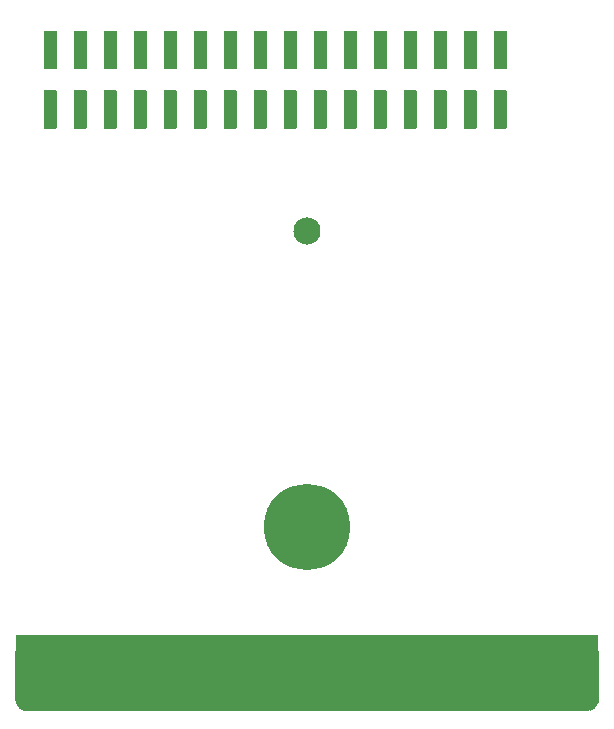
<source format=gbr>
G04 #@! TF.GenerationSoftware,KiCad,Pcbnew,5.1.7-a382d34a8~87~ubuntu18.04.1*
G04 #@! TF.CreationDate,2020-11-24T05:08:32+09:00*
G04 #@! TF.ProjectId,dmg-cartridge-breakout,646d672d-6361-4727-9472-696467652d62,rev?*
G04 #@! TF.SameCoordinates,Original*
G04 #@! TF.FileFunction,Soldermask,Top*
G04 #@! TF.FilePolarity,Negative*
%FSLAX46Y46*%
G04 Gerber Fmt 4.6, Leading zero omitted, Abs format (unit mm)*
G04 Created by KiCad (PCBNEW 5.1.7-a382d34a8~87~ubuntu18.04.1) date 2020-11-24 05:08:32*
%MOMM*%
%LPD*%
G01*
G04 APERTURE LIST*
%ADD10R,49.400000X3.000000*%
%ADD11C,7.302000*%
%ADD12C,2.302000*%
%ADD13C,0.100000*%
G04 APERTURE END LIST*
G36*
G01*
X80700000Y-86502000D02*
X80700000Y-90498000D01*
G75*
G02*
X79698000Y-91500000I-1002000J0D01*
G01*
X32302000Y-91500000D01*
G75*
G02*
X31300000Y-90498000I0J1002000D01*
G01*
X31300000Y-86502000D01*
G75*
G02*
X32302000Y-85500000I1002000J0D01*
G01*
X79698000Y-85500000D01*
G75*
G02*
X80700000Y-86502000I0J-1002000D01*
G01*
G37*
D10*
X56000000Y-86500000D03*
D11*
X56000000Y-75900000D03*
D12*
X56000000Y-50900000D03*
G36*
G01*
X34750000Y-42211000D02*
X33750000Y-42211000D01*
G75*
G02*
X33699000Y-42160000I0J51000D01*
G01*
X33699000Y-39010000D01*
G75*
G02*
X33750000Y-38959000I51000J0D01*
G01*
X34750000Y-38959000D01*
G75*
G02*
X34801000Y-39010000I0J-51000D01*
G01*
X34801000Y-42160000D01*
G75*
G02*
X34750000Y-42211000I-51000J0D01*
G01*
G37*
G36*
G01*
X34750000Y-37161000D02*
X33750000Y-37161000D01*
G75*
G02*
X33699000Y-37110000I0J51000D01*
G01*
X33699000Y-33960000D01*
G75*
G02*
X33750000Y-33909000I51000J0D01*
G01*
X34750000Y-33909000D01*
G75*
G02*
X34801000Y-33960000I0J-51000D01*
G01*
X34801000Y-37110000D01*
G75*
G02*
X34750000Y-37161000I-51000J0D01*
G01*
G37*
G36*
G01*
X37290000Y-42211000D02*
X36290000Y-42211000D01*
G75*
G02*
X36239000Y-42160000I0J51000D01*
G01*
X36239000Y-39010000D01*
G75*
G02*
X36290000Y-38959000I51000J0D01*
G01*
X37290000Y-38959000D01*
G75*
G02*
X37341000Y-39010000I0J-51000D01*
G01*
X37341000Y-42160000D01*
G75*
G02*
X37290000Y-42211000I-51000J0D01*
G01*
G37*
G36*
G01*
X37290000Y-37161000D02*
X36290000Y-37161000D01*
G75*
G02*
X36239000Y-37110000I0J51000D01*
G01*
X36239000Y-33960000D01*
G75*
G02*
X36290000Y-33909000I51000J0D01*
G01*
X37290000Y-33909000D01*
G75*
G02*
X37341000Y-33960000I0J-51000D01*
G01*
X37341000Y-37110000D01*
G75*
G02*
X37290000Y-37161000I-51000J0D01*
G01*
G37*
G36*
G01*
X39830000Y-42211000D02*
X38830000Y-42211000D01*
G75*
G02*
X38779000Y-42160000I0J51000D01*
G01*
X38779000Y-39010000D01*
G75*
G02*
X38830000Y-38959000I51000J0D01*
G01*
X39830000Y-38959000D01*
G75*
G02*
X39881000Y-39010000I0J-51000D01*
G01*
X39881000Y-42160000D01*
G75*
G02*
X39830000Y-42211000I-51000J0D01*
G01*
G37*
G36*
G01*
X39830000Y-37161000D02*
X38830000Y-37161000D01*
G75*
G02*
X38779000Y-37110000I0J51000D01*
G01*
X38779000Y-33960000D01*
G75*
G02*
X38830000Y-33909000I51000J0D01*
G01*
X39830000Y-33909000D01*
G75*
G02*
X39881000Y-33960000I0J-51000D01*
G01*
X39881000Y-37110000D01*
G75*
G02*
X39830000Y-37161000I-51000J0D01*
G01*
G37*
G36*
G01*
X42370000Y-42211000D02*
X41370000Y-42211000D01*
G75*
G02*
X41319000Y-42160000I0J51000D01*
G01*
X41319000Y-39010000D01*
G75*
G02*
X41370000Y-38959000I51000J0D01*
G01*
X42370000Y-38959000D01*
G75*
G02*
X42421000Y-39010000I0J-51000D01*
G01*
X42421000Y-42160000D01*
G75*
G02*
X42370000Y-42211000I-51000J0D01*
G01*
G37*
G36*
G01*
X42370000Y-37161000D02*
X41370000Y-37161000D01*
G75*
G02*
X41319000Y-37110000I0J51000D01*
G01*
X41319000Y-33960000D01*
G75*
G02*
X41370000Y-33909000I51000J0D01*
G01*
X42370000Y-33909000D01*
G75*
G02*
X42421000Y-33960000I0J-51000D01*
G01*
X42421000Y-37110000D01*
G75*
G02*
X42370000Y-37161000I-51000J0D01*
G01*
G37*
G36*
G01*
X44910000Y-42211000D02*
X43910000Y-42211000D01*
G75*
G02*
X43859000Y-42160000I0J51000D01*
G01*
X43859000Y-39010000D01*
G75*
G02*
X43910000Y-38959000I51000J0D01*
G01*
X44910000Y-38959000D01*
G75*
G02*
X44961000Y-39010000I0J-51000D01*
G01*
X44961000Y-42160000D01*
G75*
G02*
X44910000Y-42211000I-51000J0D01*
G01*
G37*
G36*
G01*
X44910000Y-37161000D02*
X43910000Y-37161000D01*
G75*
G02*
X43859000Y-37110000I0J51000D01*
G01*
X43859000Y-33960000D01*
G75*
G02*
X43910000Y-33909000I51000J0D01*
G01*
X44910000Y-33909000D01*
G75*
G02*
X44961000Y-33960000I0J-51000D01*
G01*
X44961000Y-37110000D01*
G75*
G02*
X44910000Y-37161000I-51000J0D01*
G01*
G37*
G36*
G01*
X47450000Y-42211000D02*
X46450000Y-42211000D01*
G75*
G02*
X46399000Y-42160000I0J51000D01*
G01*
X46399000Y-39010000D01*
G75*
G02*
X46450000Y-38959000I51000J0D01*
G01*
X47450000Y-38959000D01*
G75*
G02*
X47501000Y-39010000I0J-51000D01*
G01*
X47501000Y-42160000D01*
G75*
G02*
X47450000Y-42211000I-51000J0D01*
G01*
G37*
G36*
G01*
X47450000Y-37161000D02*
X46450000Y-37161000D01*
G75*
G02*
X46399000Y-37110000I0J51000D01*
G01*
X46399000Y-33960000D01*
G75*
G02*
X46450000Y-33909000I51000J0D01*
G01*
X47450000Y-33909000D01*
G75*
G02*
X47501000Y-33960000I0J-51000D01*
G01*
X47501000Y-37110000D01*
G75*
G02*
X47450000Y-37161000I-51000J0D01*
G01*
G37*
G36*
G01*
X49990000Y-42211000D02*
X48990000Y-42211000D01*
G75*
G02*
X48939000Y-42160000I0J51000D01*
G01*
X48939000Y-39010000D01*
G75*
G02*
X48990000Y-38959000I51000J0D01*
G01*
X49990000Y-38959000D01*
G75*
G02*
X50041000Y-39010000I0J-51000D01*
G01*
X50041000Y-42160000D01*
G75*
G02*
X49990000Y-42211000I-51000J0D01*
G01*
G37*
G36*
G01*
X49990000Y-37161000D02*
X48990000Y-37161000D01*
G75*
G02*
X48939000Y-37110000I0J51000D01*
G01*
X48939000Y-33960000D01*
G75*
G02*
X48990000Y-33909000I51000J0D01*
G01*
X49990000Y-33909000D01*
G75*
G02*
X50041000Y-33960000I0J-51000D01*
G01*
X50041000Y-37110000D01*
G75*
G02*
X49990000Y-37161000I-51000J0D01*
G01*
G37*
G36*
G01*
X52530000Y-42211000D02*
X51530000Y-42211000D01*
G75*
G02*
X51479000Y-42160000I0J51000D01*
G01*
X51479000Y-39010000D01*
G75*
G02*
X51530000Y-38959000I51000J0D01*
G01*
X52530000Y-38959000D01*
G75*
G02*
X52581000Y-39010000I0J-51000D01*
G01*
X52581000Y-42160000D01*
G75*
G02*
X52530000Y-42211000I-51000J0D01*
G01*
G37*
G36*
G01*
X52530000Y-37161000D02*
X51530000Y-37161000D01*
G75*
G02*
X51479000Y-37110000I0J51000D01*
G01*
X51479000Y-33960000D01*
G75*
G02*
X51530000Y-33909000I51000J0D01*
G01*
X52530000Y-33909000D01*
G75*
G02*
X52581000Y-33960000I0J-51000D01*
G01*
X52581000Y-37110000D01*
G75*
G02*
X52530000Y-37161000I-51000J0D01*
G01*
G37*
G36*
G01*
X55070000Y-42211000D02*
X54070000Y-42211000D01*
G75*
G02*
X54019000Y-42160000I0J51000D01*
G01*
X54019000Y-39010000D01*
G75*
G02*
X54070000Y-38959000I51000J0D01*
G01*
X55070000Y-38959000D01*
G75*
G02*
X55121000Y-39010000I0J-51000D01*
G01*
X55121000Y-42160000D01*
G75*
G02*
X55070000Y-42211000I-51000J0D01*
G01*
G37*
G36*
G01*
X55070000Y-37161000D02*
X54070000Y-37161000D01*
G75*
G02*
X54019000Y-37110000I0J51000D01*
G01*
X54019000Y-33960000D01*
G75*
G02*
X54070000Y-33909000I51000J0D01*
G01*
X55070000Y-33909000D01*
G75*
G02*
X55121000Y-33960000I0J-51000D01*
G01*
X55121000Y-37110000D01*
G75*
G02*
X55070000Y-37161000I-51000J0D01*
G01*
G37*
G36*
G01*
X57610000Y-42211000D02*
X56610000Y-42211000D01*
G75*
G02*
X56559000Y-42160000I0J51000D01*
G01*
X56559000Y-39010000D01*
G75*
G02*
X56610000Y-38959000I51000J0D01*
G01*
X57610000Y-38959000D01*
G75*
G02*
X57661000Y-39010000I0J-51000D01*
G01*
X57661000Y-42160000D01*
G75*
G02*
X57610000Y-42211000I-51000J0D01*
G01*
G37*
G36*
G01*
X57610000Y-37161000D02*
X56610000Y-37161000D01*
G75*
G02*
X56559000Y-37110000I0J51000D01*
G01*
X56559000Y-33960000D01*
G75*
G02*
X56610000Y-33909000I51000J0D01*
G01*
X57610000Y-33909000D01*
G75*
G02*
X57661000Y-33960000I0J-51000D01*
G01*
X57661000Y-37110000D01*
G75*
G02*
X57610000Y-37161000I-51000J0D01*
G01*
G37*
G36*
G01*
X60150000Y-42211000D02*
X59150000Y-42211000D01*
G75*
G02*
X59099000Y-42160000I0J51000D01*
G01*
X59099000Y-39010000D01*
G75*
G02*
X59150000Y-38959000I51000J0D01*
G01*
X60150000Y-38959000D01*
G75*
G02*
X60201000Y-39010000I0J-51000D01*
G01*
X60201000Y-42160000D01*
G75*
G02*
X60150000Y-42211000I-51000J0D01*
G01*
G37*
G36*
G01*
X60150000Y-37161000D02*
X59150000Y-37161000D01*
G75*
G02*
X59099000Y-37110000I0J51000D01*
G01*
X59099000Y-33960000D01*
G75*
G02*
X59150000Y-33909000I51000J0D01*
G01*
X60150000Y-33909000D01*
G75*
G02*
X60201000Y-33960000I0J-51000D01*
G01*
X60201000Y-37110000D01*
G75*
G02*
X60150000Y-37161000I-51000J0D01*
G01*
G37*
G36*
G01*
X62690000Y-42211000D02*
X61690000Y-42211000D01*
G75*
G02*
X61639000Y-42160000I0J51000D01*
G01*
X61639000Y-39010000D01*
G75*
G02*
X61690000Y-38959000I51000J0D01*
G01*
X62690000Y-38959000D01*
G75*
G02*
X62741000Y-39010000I0J-51000D01*
G01*
X62741000Y-42160000D01*
G75*
G02*
X62690000Y-42211000I-51000J0D01*
G01*
G37*
G36*
G01*
X62690000Y-37161000D02*
X61690000Y-37161000D01*
G75*
G02*
X61639000Y-37110000I0J51000D01*
G01*
X61639000Y-33960000D01*
G75*
G02*
X61690000Y-33909000I51000J0D01*
G01*
X62690000Y-33909000D01*
G75*
G02*
X62741000Y-33960000I0J-51000D01*
G01*
X62741000Y-37110000D01*
G75*
G02*
X62690000Y-37161000I-51000J0D01*
G01*
G37*
G36*
G01*
X65230000Y-42211000D02*
X64230000Y-42211000D01*
G75*
G02*
X64179000Y-42160000I0J51000D01*
G01*
X64179000Y-39010000D01*
G75*
G02*
X64230000Y-38959000I51000J0D01*
G01*
X65230000Y-38959000D01*
G75*
G02*
X65281000Y-39010000I0J-51000D01*
G01*
X65281000Y-42160000D01*
G75*
G02*
X65230000Y-42211000I-51000J0D01*
G01*
G37*
G36*
G01*
X65230000Y-37161000D02*
X64230000Y-37161000D01*
G75*
G02*
X64179000Y-37110000I0J51000D01*
G01*
X64179000Y-33960000D01*
G75*
G02*
X64230000Y-33909000I51000J0D01*
G01*
X65230000Y-33909000D01*
G75*
G02*
X65281000Y-33960000I0J-51000D01*
G01*
X65281000Y-37110000D01*
G75*
G02*
X65230000Y-37161000I-51000J0D01*
G01*
G37*
G36*
G01*
X67770000Y-42211000D02*
X66770000Y-42211000D01*
G75*
G02*
X66719000Y-42160000I0J51000D01*
G01*
X66719000Y-39010000D01*
G75*
G02*
X66770000Y-38959000I51000J0D01*
G01*
X67770000Y-38959000D01*
G75*
G02*
X67821000Y-39010000I0J-51000D01*
G01*
X67821000Y-42160000D01*
G75*
G02*
X67770000Y-42211000I-51000J0D01*
G01*
G37*
G36*
G01*
X67770000Y-37161000D02*
X66770000Y-37161000D01*
G75*
G02*
X66719000Y-37110000I0J51000D01*
G01*
X66719000Y-33960000D01*
G75*
G02*
X66770000Y-33909000I51000J0D01*
G01*
X67770000Y-33909000D01*
G75*
G02*
X67821000Y-33960000I0J-51000D01*
G01*
X67821000Y-37110000D01*
G75*
G02*
X67770000Y-37161000I-51000J0D01*
G01*
G37*
G36*
G01*
X70310000Y-42211000D02*
X69310000Y-42211000D01*
G75*
G02*
X69259000Y-42160000I0J51000D01*
G01*
X69259000Y-39010000D01*
G75*
G02*
X69310000Y-38959000I51000J0D01*
G01*
X70310000Y-38959000D01*
G75*
G02*
X70361000Y-39010000I0J-51000D01*
G01*
X70361000Y-42160000D01*
G75*
G02*
X70310000Y-42211000I-51000J0D01*
G01*
G37*
G36*
G01*
X70310000Y-37161000D02*
X69310000Y-37161000D01*
G75*
G02*
X69259000Y-37110000I0J51000D01*
G01*
X69259000Y-33960000D01*
G75*
G02*
X69310000Y-33909000I51000J0D01*
G01*
X70310000Y-33909000D01*
G75*
G02*
X70361000Y-33960000I0J-51000D01*
G01*
X70361000Y-37110000D01*
G75*
G02*
X70310000Y-37161000I-51000J0D01*
G01*
G37*
G36*
G01*
X72850000Y-42211000D02*
X71850000Y-42211000D01*
G75*
G02*
X71799000Y-42160000I0J51000D01*
G01*
X71799000Y-39010000D01*
G75*
G02*
X71850000Y-38959000I51000J0D01*
G01*
X72850000Y-38959000D01*
G75*
G02*
X72901000Y-39010000I0J-51000D01*
G01*
X72901000Y-42160000D01*
G75*
G02*
X72850000Y-42211000I-51000J0D01*
G01*
G37*
G36*
G01*
X72850000Y-37161000D02*
X71850000Y-37161000D01*
G75*
G02*
X71799000Y-37110000I0J51000D01*
G01*
X71799000Y-33960000D01*
G75*
G02*
X71850000Y-33909000I51000J0D01*
G01*
X72850000Y-33909000D01*
G75*
G02*
X72901000Y-33960000I0J-51000D01*
G01*
X72901000Y-37110000D01*
G75*
G02*
X72850000Y-37161000I-51000J0D01*
G01*
G37*
D13*
G36*
X31301990Y-90497804D02*
G01*
X31321223Y-90693086D01*
X31378130Y-90880680D01*
X31470538Y-91053565D01*
X31594900Y-91205100D01*
X31746435Y-91329462D01*
X31919320Y-91421870D01*
X32106914Y-91478777D01*
X32302196Y-91498010D01*
X32303822Y-91499175D01*
X32303626Y-91501165D01*
X32302000Y-91502000D01*
X32224890Y-91502000D01*
X32224694Y-91501990D01*
X32039432Y-91483744D01*
X32039047Y-91483668D01*
X31866815Y-91431421D01*
X31866453Y-91431271D01*
X31707710Y-91346422D01*
X31707384Y-91346204D01*
X31568254Y-91232023D01*
X31567977Y-91231746D01*
X31453796Y-91092616D01*
X31453578Y-91092290D01*
X31368729Y-90933547D01*
X31368579Y-90933185D01*
X31316332Y-90760953D01*
X31316256Y-90760568D01*
X31298010Y-90575306D01*
X31298000Y-90575110D01*
X31298000Y-90498000D01*
X31299000Y-90496268D01*
X31301000Y-90496268D01*
X31301990Y-90497804D01*
G37*
G36*
X80701165Y-90496374D02*
G01*
X80702000Y-90498000D01*
X80702000Y-90575110D01*
X80701990Y-90575306D01*
X80683744Y-90760568D01*
X80683668Y-90760953D01*
X80631421Y-90933185D01*
X80631271Y-90933547D01*
X80546422Y-91092290D01*
X80546204Y-91092616D01*
X80432023Y-91231746D01*
X80431746Y-91232023D01*
X80292616Y-91346204D01*
X80292290Y-91346422D01*
X80133547Y-91431271D01*
X80133185Y-91431421D01*
X79960953Y-91483668D01*
X79960568Y-91483744D01*
X79775306Y-91501990D01*
X79775110Y-91502000D01*
X79698000Y-91502000D01*
X79696268Y-91501000D01*
X79696268Y-91499000D01*
X79697804Y-91498010D01*
X79893086Y-91478777D01*
X80080680Y-91421870D01*
X80253565Y-91329462D01*
X80405100Y-91205100D01*
X80529462Y-91053565D01*
X80621870Y-90880680D01*
X80678777Y-90693086D01*
X80698010Y-90497804D01*
X80699175Y-90496178D01*
X80701165Y-90496374D01*
G37*
M02*

</source>
